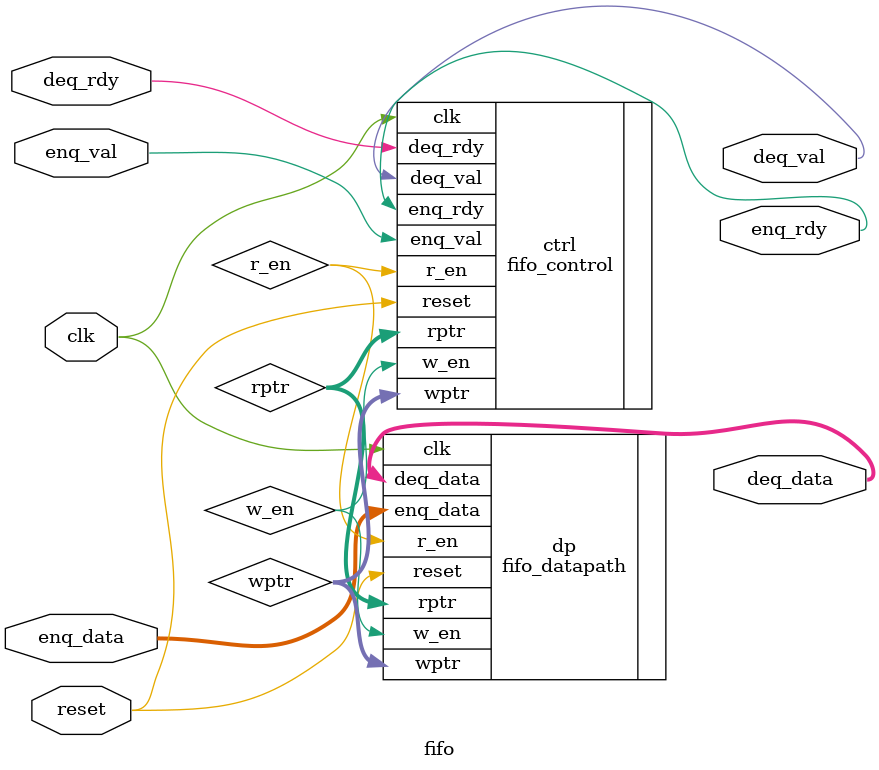
<source format=v>

`include "/home/ff/eecs151/verilog_lib/EECS151.v"

module fifo #(parameter WIDTH = 8, parameter LOGDEPTH = 3) (
    input clk,
    input reset,

    input enq_val,
    input [WIDTH-1:0] enq_data,
    output enq_rdy,

    output deq_val,
    output [WIDTH-1:0] deq_data,
    input deq_rdy

);

localparam DEPTH = (1 << LOGDEPTH);

// internal control signals
wire [LOGDEPTH-1:0] rptr, wptr;
wire r_en, w_en;

// instantiate the control module
fifo_control #( .LOGDEPTH(LOGDEPTH) ) ctrl (
    .clk(clk),
    .reset(reset),
    .enq_val(enq_val),
    .enq_rdy(enq_rdy),
    .deq_val(deq_val),
    .deq_rdy(deq_rdy),
    .r_en(r_en),
    .w_en(w_en),
    .rptr(rptr),
    .wptr(wptr)
);

// instantiate the datapath module
fifo_datapath #( .WIDTH(WIDTH), .LOGDEPTH(LOGDEPTH) ) dp (
    .clk(clk),
    .reset(reset),
    .r_en(r_en),
    .w_en(w_en),
    .enq_data(enq_data),
    .deq_data(deq_data),
    .rptr(rptr),
    .wptr(wptr)
);

endmodule

</source>
